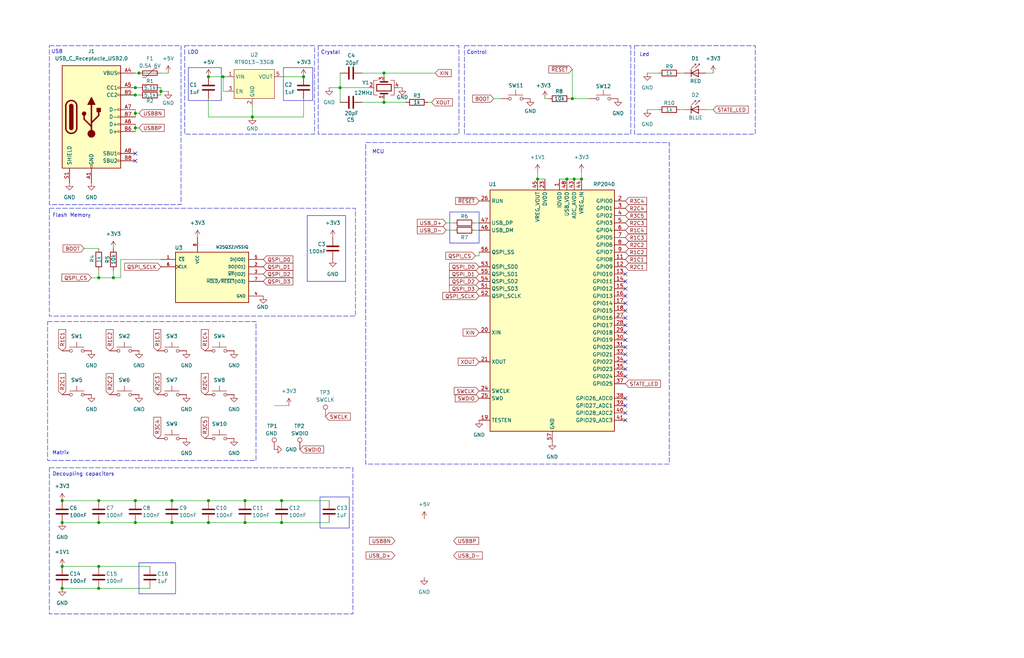
<source format=kicad_sch>
(kicad_sch (version 20250114) (generator "eeschema") (generator_version "9.0")
  (paper "User" 355.6 228.6)
  (lib_symbols
    (symbol "PNCATEHO:+1V1" (power) (pin_names (offset 0))
      (property "Value" "+1V1" (at 0 3.556 0))
      (symbol "+1V1_1_1"
        (pin power_in line (at 0 0 90) (length 0) (hide yes) (name "+1V1") (number "1"))
      )
    )
    (symbol "PNCATEHO:+3V3" (power) (pin_names (offset 0))
      (property "Value" "+3V3" (at 0 3.556 0))
      (symbol "+3V3_1_1"
        (pin power_in line (at 0 0 90) (length 0) (hide yes) (name "+3V3") (number "1"))
      )
    )
    (symbol "PNCATEHO:+5V" (power) (pin_names (offset 0))
      (property "Value" "+5V" (at 0 3.556 0))
      (symbol "+5V_1_1"
        (pin power_in line (at 0 0 90) (length 0) (hide yes) (name "+5V") (number "1"))
      )
    )
    (symbol "PNCATEHO:C" (pin_numbers (hide yes)) (pin_names (offset 0.254))
      (property "Reference" "C" (at 0.635 2.54 0))
      (property "Value" "C" (at 0.635 -2.54 0))
      (symbol "C_1_1"
        (pin passive line (at 0 3.81 270) (length 2.794) (name "~") (number "1"))
        (pin passive line (at 0 -3.81 90) (length 2.794) (name "~") (number "2"))
      )
    )
    (symbol "PNCATEHO:Crystal_GND24" (pin_names (offset 1.016) (hide yes))
      (property "Reference" "Y" (at 3.175 5.08 0))
      (property "Value" "Crystal_GND24" (at 3.175 3.175 0))
      (symbol "Crystal_GND24_1_1"
        (pin passive line (at -3.81 0 0) (length 1.27) (name "1") (number "1"))
        (pin passive line (at 0 5.08 270) (length 1.27) (name "2") (number "2"))
        (pin passive line (at 0 -5.08 90) (length 1.27) (name "4") (number "4"))
        (pin passive line (at 3.81 0 180) (length 1.27) (name "3") (number "3"))
      )
    )
    (symbol "PNCATEHO:D_Generic" (pin_numbers (hide yes)) (pin_names (offset 1.016) (hide yes))
      (property "Reference" "D" (at 1.778 1.778 0))
      (symbol "D_Generic_1_1"
        (pin passive line (at -3.81 0 0) (length 2.54) (name "K") (number "1"))
        (pin passive line (at 3.81 0 180) (length 2.54) (name "A") (number "2"))
      )
    )
    (symbol "PNCATEHO:GND" (power) (pin_numbers (hide yes)) (pin_names (offset 0) (hide yes))
      (property "Value" "GND" (at 0 -3.81 0))
      (symbol "GND_1_1"
        (pin power_in line (at 0 0 270) (length 0) (name "~") (number "1"))
      )
    )
    (symbol "PNCATEHO:Polyfuse" (pin_numbers (hide yes)) (pin_names (offset 0))
      (property "Reference" "F" (at -2.54 0 90))
      (property "Value" "Polyfuse" (at 2.54 0 90))
      (symbol "Polyfuse_1_1"
        (pin passive line (at 0 3.81 270) (length 1.27) (name "~") (number "1"))
        (pin passive line (at 0 -3.81 90) (length 1.27) (name "~") (number "2"))
      )
    )
    (symbol "PNCATEHO:R" (pin_numbers (hide yes)) (pin_names (offset 0))
      (property "Reference" "R" (at 2.032 0 90))
      (property "Value" "R" (at 0 0 90))
      (symbol "R_1_1"
        (pin passive line (at 0 3.81 270) (length 1.27) (name "~") (number "1"))
        (pin passive line (at 0 -3.81 90) (length 1.27) (name "~") (number "2"))
      )
    )
    (symbol "PNCATEHO:RP2040"
      (property "Reference" "U" (at 17.78 45.72 0))
      (property "Value" "RP2040" (at 17.78 43.18 0))
      (symbol "RP2040_1_1"
        (pin input line (at -25.4 38.1 0) (length 3.81) (name "RUN") (number "26"))
        (pin bidirectional line (at -25.4 30.48 0) (length 3.81) (name "USB_DP") (number "47"))
        (pin bidirectional line (at -25.4 27.94 0) (length 3.81) (name "USB_DM") (number "46"))
        (pin bidirectional line (at -25.4 20.32 0) (length 3.81) (name "QSPI_SS") (number "56"))
        (pin bidirectional line (at -25.4 15.24 0) (length 3.81) (name "QSPI_SD0") (number "53"))
        (pin bidirectional line (at -25.4 12.7 0) (length 3.81) (name "QSPI_SD1") (number "55"))
        (pin bidirectional line (at -25.4 10.16 0) (length 3.81) (name "QSPI_SD2") (number "54"))
        (pin bidirectional line (at -25.4 7.62 0) (length 3.81) (name "QSPI_SD3") (number "51"))
        (pin output line (at -25.4 5.08 0) (length 3.81) (name "QSPI_SCLK") (number "52"))
        (pin input line (at -25.4 -7.62 0) (length 3.81) (name "XIN") (number "20"))
        (pin passive line (at -25.4 -17.78 0) (length 3.81) (name "XOUT") (number "21"))
        (pin output line (at -25.4 -27.94 0) (length 3.81) (name "SWCLK") (number "24"))
        (pin bidirectional line (at -25.4 -30.48 0) (length 3.81) (name "SWD") (number "25"))
        (pin input line (at -25.4 -38.1 0) (length 3.81) (name "TESTEN") (number "19"))
        (pin power_out line (at -5.08 45.72 270) (length 3.81) (name "VREG_VOUT") (number "45"))
        (pin power_in line (at -2.54 45.72 270) (length 3.81) (name "DVDD") (number "23"))
        (pin passive line (at -2.54 45.72 270) (length 3.81) (hide yes) (name "DVDD") (number "50"))
        (pin power_in line (at 0 -45.72 90) (length 3.81) (name "GND") (number "57"))
        (pin power_in line (at 2.54 45.72 270) (length 3.81) (name "IOVDD") (number "1"))
        (pin passive line (at 2.54 45.72 270) (length 3.81) (hide yes) (name "IOVDD") (number "10"))
        (pin passive line (at 2.54 45.72 270) (length 3.81) (hide yes) (name "IOVDD") (number "22"))
        (pin passive line (at 2.54 45.72 270) (length 3.81) (hide yes) (name "IOVDD") (number "33"))
        (pin passive line (at 2.54 45.72 270) (length 3.81) (hide yes) (name "IOVDD") (number "42"))
        (pin passive line (at 2.54 45.72 270) (length 3.81) (hide yes) (name "IOVDD") (number "49"))
        (pin power_in line (at 5.08 45.72 270) (length 3.81) (name "USB_VDD") (number "48"))
        (pin power_in line (at 7.62 45.72 270) (length 3.81) (name "ADC_AVDD") (number "43"))
        (pin power_in line (at 10.16 45.72 270) (length 3.81) (name "VREG_IN") (number "44"))
        (pin bidirectional line (at 25.4 38.1 180) (length 3.81) (name "GPIO0") (number "2"))
        (pin bidirectional line (at 25.4 35.56 180) (length 3.81) (name "GPIO1") (number "3"))
        (pin bidirectional line (at 25.4 33.02 180) (length 3.81) (name "GPIO2") (number "4"))
        (pin bidirectional line (at 25.4 30.48 180) (length 3.81) (name "GPIO3") (number "5"))
        (pin bidirectional line (at 25.4 27.94 180) (length 3.81) (name "GPIO4") (number "6"))
        (pin bidirectional line (at 25.4 25.4 180) (length 3.81) (name "GPIO5") (number "7"))
        (pin bidirectional line (at 25.4 22.86 180) (length 3.81) (name "GPIO6") (number "8"))
        (pin bidirectional line (at 25.4 20.32 180) (length 3.81) (name "GPIO7") (number "9"))
        (pin bidirectional line (at 25.4 17.78 180) (length 3.81) (name "GPIO8") (number "11"))
        (pin bidirectional line (at 25.4 15.24 180) (length 3.81) (name "GPIO9") (number "12"))
        (pin bidirectional line (at 25.4 12.7 180) (length 3.81) (name "GPIO10") (number "13"))
        (pin bidirectional line (at 25.4 10.16 180) (length 3.81) (name "GPIO11") (number "14"))
        (pin bidirectional line (at 25.4 7.62 180) (length 3.81) (name "GPIO12") (number "15"))
        (pin bidirectional line (at 25.4 5.08 180) (length 3.81) (name "GPIO13") (number "16"))
        (pin bidirectional line (at 25.4 2.54 180) (length 3.81) (name "GPIO14") (number "17"))
        (pin bidirectional line (at 25.4 0 180) (length 3.81) (name "GPIO15") (number "18"))
        (pin bidirectional line (at 25.4 -2.54 180) (length 3.81) (name "GPIO16") (number "27"))
        (pin bidirectional line (at 25.4 -5.08 180) (length 3.81) (name "GPIO17") (number "28"))
        (pin bidirectional line (at 25.4 -7.62 180) (length 3.81) (name "GPIO18") (number "29"))
        (pin bidirectional line (at 25.4 -10.16 180) (length 3.81) (name "GPIO19") (number "30"))
        (pin bidirectional line (at 25.4 -12.7 180) (length 3.81) (name "GPIO20") (number "31"))
        (pin bidirectional line (at 25.4 -15.24 180) (length 3.81) (name "GPIO21") (number "32"))
        (pin bidirectional line (at 25.4 -17.78 180) (length 3.81) (name "GPIO22") (number "34"))
        (pin bidirectional line (at 25.4 -20.32 180) (length 3.81) (name "GPIO23") (number "35"))
        (pin bidirectional line (at 25.4 -22.86 180) (length 3.81) (name "GPIO24") (number "36"))
        (pin bidirectional line (at 25.4 -25.4 180) (length 3.81) (name "GPIO25") (number "37"))
        (pin bidirectional line (at 25.4 -30.48 180) (length 3.81) (name "GPIO26_ADC0") (number "38"))
        (pin bidirectional line (at 25.4 -33.02 180) (length 3.81) (name "GPIO27_ADC1") (number "39"))
        (pin bidirectional line (at 25.4 -35.56 180) (length 3.81) (name "GPIO28_ADC2") (number "40"))
        (pin bidirectional line (at 25.4 -38.1 180) (length 3.81) (name "GPIO29_ADC3") (number "41"))
      )
    )
    (symbol "PNCATEHO:RT9013-33GB"
      (property "Reference" "U?" (at 0 8.89 0))
      (property "Value" "RT9013-33GB" (at 0 6.35 0))
      (symbol "RT9013-33GB_0_0"
        (pin no_connect non_logic (at 10.16 -2.54 180) (length 2.54) (hide yes) (name "NC") (number "4"))
      )
      (symbol "RT9013-33GB_1_1"
        (pin power_in line (at -8.89 2.54 0) (length 2.54) (name "VIN") (number "1"))
        (pin input line (at -8.89 -2.54 0) (length 2.54) (name "EN") (number "3"))
        (pin power_in line (at 0 -7.62 90) (length 2.54) (name "GND") (number "2"))
        (pin power_out line (at 10.16 2.54 180) (length 2.54) (name "VOUT") (number "5"))
      )
    )
    (symbol "PNCATEHO:SW_Push" (pin_numbers (hide yes)) (pin_names (offset 1.016) (hide yes))
      (property "Reference" "SW" (at 1.27 2.54 0))
      (symbol "SW_Push_0_1"
        (pin passive line (at -5.08 0 0) (length 2.54) (name "1") (number "1"))
        (pin passive line (at 5.08 0 180) (length 2.54) (name "2") (number "2"))
      )
    )
    (symbol "PNCATEHO:TestPoint" (pin_numbers (hide yes)) (pin_names (offset 0.762) (hide yes))
      (property "Reference" "TP" (at 0 6.858 0))
      (property "Value" "TestPoint" (at 0 5.08 0))
      (symbol "TestPoint_1_1"
        (pin passive line (at 0 0 90) (length 2.54) (name "1") (number "1"))
      )
    )
    (symbol "PNCATEHO:USB_C_Receptacle_USB2.0" (pin_names (offset 1.016))
      (property "Reference" "J" (at -10.16 19.05 0))
      (property "Value" "USB_C_Receptacle_USB2.0" (at 19.05 19.05 0))
      (symbol "USB_C_Receptacle_USB2.0_1_1"
        (pin passive line (at -7.62 -22.86 90) (length 5.08) (name "SHIELD") (number "S1"))
        (pin passive line (at 0 -22.86 90) (length 5.08) (name "GND") (number "A1"))
        (pin passive line (at 0 -22.86 90) (length 5.08) (hide yes) (name "GND") (number "A12"))
        (pin passive line (at 0 -22.86 90) (length 5.08) (hide yes) (name "GND") (number "B1"))
        (pin passive line (at 0 -22.86 90) (length 5.08) (hide yes) (name "GND") (number "B12"))
        (pin passive line (at 15.24 15.24 180) (length 5.08) (name "VBUS") (number "A4"))
        (pin passive line (at 15.24 15.24 180) (length 5.08) (hide yes) (name "VBUS") (number "A9"))
        (pin passive line (at 15.24 15.24 180) (length 5.08) (hide yes) (name "VBUS") (number "B4"))
        (pin passive line (at 15.24 15.24 180) (length 5.08) (hide yes) (name "VBUS") (number "B9"))
        (pin bidirectional line (at 15.24 10.16 180) (length 5.08) (name "CC1") (number "A5"))
        (pin bidirectional line (at 15.24 7.62 180) (length 5.08) (name "CC2") (number "B5"))
        (pin bidirectional line (at 15.24 2.54 180) (length 5.08) (name "D-") (number "A7"))
        (pin bidirectional line (at 15.24 0 180) (length 5.08) (name "D-") (number "B7"))
        (pin bidirectional line (at 15.24 -2.54 180) (length 5.08) (name "D+") (number "A6"))
        (pin bidirectional line (at 15.24 -5.08 180) (length 5.08) (name "D+") (number "B6"))
        (pin bidirectional line (at 15.24 -12.7 180) (length 5.08) (name "SBU1") (number "A8"))
        (pin bidirectional line (at 15.24 -15.24 180) (length 5.08) (name "SBU2") (number "B8"))
      )
    )
    (symbol "PNCATEHO:W25Q32JVSSIQ" (pin_names (offset 1.016))
      (property "Reference" "U" (at 10.922 13.462 0))
      (property "Value" "W25Q32JVSSIQ" (at 1.524 11.176 0))
      (symbol "W25Q32JVSSIQ_0_0"
        (pin input line (at -17.78 7.62 0) (length 5.08) (name "~{CS}") (number "1"))
        (pin input clock (at -17.78 5.08 0) (length 5.08) (name "CLK") (number "6"))
        (pin power_in line (at -5.08 15.24 270) (length 5.08) (name "VCC") (number "8"))
        (pin bidirectional line (at 17.78 7.62 180) (length 5.08) (name "DI(IO0)") (number "5"))
        (pin bidirectional line (at 17.78 5.08 180) (length 5.08) (name "DO(IO1)") (number "2"))
        (pin bidirectional line (at 17.78 2.54 180) (length 5.08) (name "~{WP}(IO2)") (number "3"))
        (pin bidirectional line (at 17.78 0 180) (length 5.08) (name "~{HOLD}/~{RESET}(IO3)") (number "7"))
      )
      (symbol "W25Q32JVSSIQ_1_0"
        (pin power_in line (at 17.78 -5.08 180) (length 5.08) (name "GND") (number "4"))
      )
    )
  )
  (rectangle (start 127 49.53) (end 232.41 161.29) (stroke (width 0) (type dash)))
  (rectangle (start 98.425 23.495) (end 108.585 34.925))
  (rectangle (start 64.135 15.875) (end 109.22 46.609) (stroke (width 0) (type dash)))
  (rectangle (start 106.68 74.93) (end 120.015 97.79))
  (rectangle (start 48.26 195.58) (end 60.96 206.375))
  (rectangle (start 16.51 111.76) (end 88.9 160.02) (stroke (width 0) (type dash)))
  (rectangle (start 111.125 172.72) (end 121.285 183.515))
  (rectangle (start 65.405 23.495) (end 76.835 34.925))
  (rectangle (start 110.49 15.875) (end 159.385 46.609) (stroke (width 0) (type dash)))
  (rectangle (start 156.21 73.66) (end 166.37 84.455))
  (rectangle (start 161.29 15.875) (end 219.075 46.609) (stroke (width 0) (type dash)))
  (rectangle (start 17.145 15.875) (end 62.865 71.12) (stroke (width 0) (type dash)))
  (rectangle (start 17.145 162.56) (end 122.555 213.36) (stroke (width 0) (type dash)))
  (rectangle (start 17.145 72.39) (end 123.444 109.855) (stroke (width 0) (type dash)))
  (rectangle (start 220.345 15.875) (end 262.255 46.609) (stroke (width 0) (type dash)))
  (text "LDO\n" (at 67.056 18.288 0) (effects (font (size 1.27 1.27))))
  (text "Matrix" (at 21.082 157.48 0) (effects (font (size 1.27 1.27))))
  (text "Crystal" (at 114.808 18.288 0) (effects (font (size 1.27 1.27))))
  (text "USB\n" (at 19.812 18.034 0) (effects (font (size 1.27 1.27))))
  (text "Flash Memory" (at 24.892 74.93 0) (effects (font (size 1.27 1.27))))
  (text "Decoupling capacitors" (at 28.956 164.846 0) (effects (font (size 1.27 1.27))))
  (text "Control" (at 165.608 18.288 0) (effects (font (size 1.27 1.27))))
  (text "Led" (at 223.774 19.05 0) (effects (font (size 1.27 1.27))))
  (text "MCU" (at 131.318 52.832 0) (effects (font (size 1.27 1.27))))
  (junction (at 46.99 30.48))
  (junction (at 34.29 204.47))
  (junction (at 72.39 26.67))
  (junction (at 21.59 204.47))
  (junction (at 97.79 173.99))
  (junction (at 59.69 181.61))
  (junction (at 133.35 25.4))
  (junction (at 46.99 173.99))
  (junction (at 46.99 44.45))
  (junction (at 85.09 173.99))
  (junction (at 59.69 173.99))
  (junction (at 118.11 30.48))
  (junction (at 77.47 26.67))
  (junction (at 21.59 196.85))
  (junction (at 199.39 62.23))
  (junction (at 46.99 33.02))
  (junction (at 186.69 62.23))
  (junction (at 46.99 39.37))
  (junction (at 97.79 181.61))
  (junction (at 72.39 181.61))
  (junction (at 55.88 31.75))
  (junction (at 21.59 181.61))
  (junction (at 133.35 35.56))
  (junction (at 34.29 96.52))
  (junction (at 85.09 181.61))
  (junction (at 21.59 173.99))
  (junction (at 46.99 181.61))
  (junction (at 39.37 96.52))
  (junction (at 198.755 34.29))
  (junction (at 87.63 40.64))
  (junction (at 48.26 25.4))
  (junction (at 105.41 26.67))
  (junction (at 34.29 196.85))
  (junction (at 34.29 181.61))
  (junction (at 34.29 173.99))
  (junction (at 196.85 62.23))
  (junction (at 72.39 173.99))
  (junction (at 201.93 62.23))
  (no_connect (at 217.17 110.49))
  (no_connect (at 217.17 105.41))
  (no_connect (at 217.17 100.33))
  (no_connect (at 217.17 97.79))
  (no_connect (at 217.17 146.05))
  (no_connect (at 46.99 53.34))
  (no_connect (at 217.17 140.97))
  (no_connect (at 217.17 138.43))
  (no_connect (at 217.17 120.65))
  (no_connect (at 217.17 115.57))
  (no_connect (at 217.17 123.19))
  (no_connect (at 217.17 143.51))
  (no_connect (at 217.17 128.27))
  (no_connect (at 217.17 130.81))
  (no_connect (at 217.17 118.11))
  (no_connect (at 217.17 107.95))
  (no_connect (at 217.17 95.25))
  (no_connect (at 217.17 125.73))
  (no_connect (at 217.17 102.87))
  (no_connect (at 46.99 55.88))
  (no_connect (at 217.17 113.03))
  (wire (pts (xy 236.22 38.1) (xy 237.49 38.1)))
  (wire (pts (xy 95.25 140.97) (xy 100.33 140.97)))
  (wire (pts (xy 55.88 30.48) (xy 55.88 31.75)))
  (wire (pts (xy 59.69 173.99) (xy 72.39 173.99)))
  (wire (pts (xy 190.5 34.29) (xy 189.23 34.29)))
  (wire (pts (xy 118.11 30.48) (xy 118.11 35.56)))
  (wire (pts (xy 48.26 33.02) (xy 46.99 33.02)))
  (wire (pts (xy 21.59 204.47) (xy 34.29 204.47)))
  (wire (pts (xy 34.29 173.99) (xy 46.99 173.99)))
  (wire (pts (xy 105.41 40.64) (xy 105.41 34.29)))
  (wire (pts (xy 58.42 31.75) (xy 55.88 31.75)))
  (wire (pts (xy 21.59 181.61) (xy 34.29 181.61)))
  (wire (pts (xy 139.7 30.48) (xy 138.43 30.48)))
  (wire (pts (xy 46.99 25.4) (xy 48.26 25.4)))
  (wire (pts (xy 34.29 204.47) (xy 52.07 204.47)))
  (wire (pts (xy 133.35 25.4) (xy 151.13 25.4)))
  (wire (pts (xy 46.99 38.1) (xy 46.99 39.37)))
  (wire (pts (xy 72.39 181.61) (xy 85.09 181.61)))
  (wire (pts (xy 133.35 35.56) (xy 133.35 34.29)))
  (wire (pts (xy 165.1 77.47) (xy 166.37 77.47)))
  (wire (pts (xy 125.73 35.56) (xy 133.35 35.56)))
  (wire (pts (xy 87.63 40.64) (xy 105.41 40.64)))
  (wire (pts (xy 21.59 173.99) (xy 34.29 173.99)))
  (wire (pts (xy 72.39 173.99) (xy 85.09 173.99)))
  (wire (pts (xy 72.39 26.67) (xy 77.47 26.67)))
  (wire (pts (xy 78.74 31.75) (xy 77.47 31.75)))
  (wire (pts (xy 194.31 62.23) (xy 196.85 62.23)))
  (wire (pts (xy 55.88 31.75) (xy 55.88 33.02)))
  (wire (pts (xy 34.29 196.85) (xy 52.07 196.85)))
  (wire (pts (xy 34.29 96.52) (xy 39.37 96.52)))
  (wire (pts (xy 46.99 43.18) (xy 46.99 44.45)))
  (wire (pts (xy 29.21 86.36) (xy 34.29 86.36)))
  (wire (pts (xy 97.79 181.61) (xy 114.3 181.61)))
  (wire (pts (xy 41.91 90.17) (xy 55.88 90.17)))
  (wire (pts (xy 85.09 173.99) (xy 97.79 173.99)))
  (wire (pts (xy 165.1 88.9) (xy 166.37 88.9)))
  (wire (pts (xy 186.69 59.69) (xy 186.69 62.23)))
  (wire (pts (xy 157.48 80.01) (xy 154.94 80.01)))
  (wire (pts (xy 87.63 36.83) (xy 87.63 40.64)))
  (wire (pts (xy 41.91 33.02) (xy 46.99 33.02)))
  (wire (pts (xy 247.65 38.1) (xy 245.11 38.1)))
  (wire (pts (xy 46.99 39.37) (xy 46.99 40.64)))
  (wire (pts (xy 48.26 39.37) (xy 46.99 39.37)))
  (wire (pts (xy 236.22 25.4) (xy 237.49 25.4)))
  (wire (pts (xy 148.59 35.56) (xy 149.86 35.56)))
  (wire (pts (xy 48.26 44.45) (xy 46.99 44.45)))
  (wire (pts (xy 118.11 30.48) (xy 128.27 30.48)))
  (wire (pts (xy 125.73 25.4) (xy 133.35 25.4)))
  (wire (pts (xy 140.97 35.56) (xy 133.35 35.56)))
  (wire (pts (xy 247.65 25.4) (xy 245.11 25.4)))
  (wire (pts (xy 166.37 88.9) (xy 166.37 87.63)))
  (wire (pts (xy 39.37 96.52) (xy 39.37 93.98)))
  (wire (pts (xy 198.755 24.13) (xy 198.755 34.29)))
  (wire (pts (xy 41.91 90.17) (xy 41.91 96.52)))
  (wire (pts (xy 224.79 38.1) (xy 228.6 38.1)))
  (wire (pts (xy 46.99 44.45) (xy 46.99 45.72)))
  (wire (pts (xy 157.48 77.47) (xy 154.94 77.47)))
  (wire (pts (xy 85.09 181.61) (xy 97.79 181.61)))
  (wire (pts (xy 59.69 181.61) (xy 72.39 181.61)))
  (wire (pts (xy 31.75 96.52) (xy 34.29 96.52)))
  (wire (pts (xy 21.59 196.85) (xy 34.29 196.85)))
  (wire (pts (xy 39.37 96.52) (xy 41.91 96.52)))
  (wire (pts (xy 133.35 25.4) (xy 133.35 26.67)))
  (wire (pts (xy 34.29 96.52) (xy 34.29 93.98)))
  (wire (pts (xy 196.85 62.23) (xy 199.39 62.23)))
  (wire (pts (xy 48.26 25.4) (xy 52.07 25.4)))
  (wire (pts (xy 201.93 59.69) (xy 201.93 62.23)))
  (wire (pts (xy 186.69 62.23) (xy 189.23 62.23)))
  (wire (pts (xy 77.47 31.75) (xy 77.47 26.67)))
  (wire (pts (xy 97.79 26.67) (xy 105.41 26.67)))
  (wire (pts (xy 224.79 25.4) (xy 228.6 25.4)))
  (wire (pts (xy 46.99 181.61) (xy 59.69 181.61)))
  (wire (pts (xy 97.79 173.99) (xy 114.3 173.99)))
  (wire (pts (xy 114.3 30.48) (xy 118.11 30.48)))
  (wire (pts (xy 199.39 62.23) (xy 201.93 62.23)))
  (wire (pts (xy 55.88 25.4) (xy 58.42 25.4)))
  (wire (pts (xy 48.26 30.48) (xy 46.99 30.48)))
  (wire (pts (xy 34.29 181.61) (xy 46.99 181.61)))
  (wire (pts (xy 198.755 34.29) (xy 198.12 34.29)))
  (wire (pts (xy 165.1 80.01) (xy 166.37 80.01)))
  (wire (pts (xy 77.47 26.67) (xy 78.74 26.67)))
  (wire (pts (xy 72.39 34.29) (xy 72.39 40.64)))
  (wire (pts (xy 171.45 34.29) (xy 173.99 34.29)))
  (wire (pts (xy 46.99 30.48) (xy 41.91 30.48)))
  (wire (pts (xy 87.63 40.64) (xy 72.39 40.64)))
  (wire (pts (xy 198.755 34.29) (xy 204.47 34.29)))
  (wire (pts (xy 118.11 25.4) (xy 118.11 30.48)))
  (wire (pts (xy 46.99 173.99) (xy 59.69 173.99)))
  (global_label "R1C4" (shape input) (at 71.12 121.92 90) (property "Intersheetrefs" "${INTERSHEET_REFS}" (effects (hide yes))))
  (global_label "R1C2" (shape input) (at 217.17 87.63 0) (property "Intersheetrefs" "${INTERSHEET_REFS}" (effects (hide yes))))
  (global_label "R2C2" (shape input) (at 217.17 85.09 0) (property "Intersheetrefs" "${INTERSHEET_REFS}" (effects (hide yes))))
  (global_label "R1C3" (shape input) (at 217.17 82.55 0) (property "Intersheetrefs" "${INTERSHEET_REFS}" (effects (hide yes))))
  (global_label "QSPI_D2" (shape input) (at 166.37 97.79 180) (property "Intersheetrefs" "${INTERSHEET_REFS}" (effects (hide yes))))
  (global_label "QSPI_CS" (shape input) (at 31.75 96.52 180) (property "Intersheetrefs" "${INTERSHEET_REFS}" (effects (hide yes))))
  (global_label "R1C2" (shape input) (at 38.1 121.92 90) (property "Intersheetrefs" "${INTERSHEET_REFS}" (effects (hide yes))))
  (global_label "QSPI_D2" (shape input) (at 91.44 95.25 0) (property "Intersheetrefs" "${INTERSHEET_REFS}" (effects (hide yes))))
  (global_label "USB_D+" (shape input) (at 154.94 77.47 180) (property "Intersheetrefs" "${INTERSHEET_REFS}" (effects (hide yes))))
  (global_label "SWDIO" (shape input) (at 166.37 138.43 180) (property "Intersheetrefs" "${INTERSHEET_REFS}" (effects (hide yes))))
  (global_label "R2C1" (shape input) (at 217.17 92.71 0) (property "Intersheetrefs" "${INTERSHEET_REFS}" (effects (hide yes))))
  (global_label "USB_D-" (shape input) (at 157.48 193.04 0) (property "Intersheetrefs" "${INTERSHEET_REFS}" (effects (hide yes))))
  (global_label "USBBN" (shape input) (at 137.16 187.96 180) (property "Intersheetrefs" "${INTERSHEET_REFS}" (effects (hide yes))))
  (global_label "QSPI_D3" (shape input) (at 91.44 97.79 0) (property "Intersheetrefs" "${INTERSHEET_REFS}" (effects (hide yes))))
  (global_label "STATE_LED" (shape input) (at 247.65 38.1 0) (property "Intersheetrefs" "${INTERSHEET_REFS}" (effects (hide yes))))
  (global_label "R2C3" (shape input) (at 217.17 77.47 0) (property "Intersheetrefs" "${INTERSHEET_REFS}" (effects (hide yes))))
  (global_label "R3C4" (shape input) (at 54.61 152.4 90) (property "Intersheetrefs" "${INTERSHEET_REFS}" (effects (hide yes))))
  (global_label "USBBN" (shape input) (at 48.26 39.37 0) (property "Intersheetrefs" "${INTERSHEET_REFS}" (effects (hide yes))))
  (global_label "R2C3" (shape input) (at 54.61 137.16 90) (property "Intersheetrefs" "${INTERSHEET_REFS}" (effects (hide yes))))
  (global_label "R1C3" (shape input) (at 54.61 121.92 90) (property "Intersheetrefs" "${INTERSHEET_REFS}" (effects (hide yes))))
  (global_label "~{RESET}" (shape input) (at 198.755 24.13 180) (property "Intersheetrefs" "${INTERSHEET_REFS}" (effects (hide yes))))
  (global_label "BOOT" (shape input) (at 171.45 34.29 180) (property "Intersheetrefs" "${INTERSHEET_REFS}" (effects (hide yes))))
  (global_label "USB_D+" (shape input) (at 137.16 193.04 180) (property "Intersheetrefs" "${INTERSHEET_REFS}" (effects (hide yes))))
  (global_label "QSPI_SCLK" (shape input) (at 166.37 102.87 180) (property "Intersheetrefs" "${INTERSHEET_REFS}" (effects (hide yes))))
  (global_label "QSPI_SCLK" (shape input) (at 55.88 92.71 180) (property "Intersheetrefs" "${INTERSHEET_REFS}" (effects (hide yes))))
  (global_label "SWCLK" (shape input) (at 113.03 144.78 0) (property "Intersheetrefs" "${INTERSHEET_REFS}" (effects (hide yes))))
  (global_label "XIN" (shape input) (at 151.13 25.4 0) (property "Intersheetrefs" "${INTERSHEET_REFS}" (effects (hide yes))))
  (global_label "R1C4" (shape input) (at 217.17 80.01 0) (property "Intersheetrefs" "${INTERSHEET_REFS}" (effects (hide yes))))
  (global_label "QSPI_D1" (shape input) (at 91.44 92.71 0) (property "Intersheetrefs" "${INTERSHEET_REFS}" (effects (hide yes))))
  (global_label "QSPI_D0" (shape input) (at 91.44 90.17 0) (property "Intersheetrefs" "${INTERSHEET_REFS}" (effects (hide yes))))
  (global_label "XOUT" (shape input) (at 149.86 35.56 0) (property "Intersheetrefs" "${INTERSHEET_REFS}" (effects (hide yes))))
  (global_label "R2C4" (shape input) (at 71.12 137.16 90) (property "Intersheetrefs" "${INTERSHEET_REFS}" (effects (hide yes))))
  (global_label "R1C1" (shape input) (at 217.17 90.17 0) (property "Intersheetrefs" "${INTERSHEET_REFS}" (effects (hide yes))))
  (global_label "XIN" (shape input) (at 166.37 115.57 180) (property "Intersheetrefs" "${INTERSHEET_REFS}" (effects (hide yes))))
  (global_label "USB_D-" (shape input) (at 154.94 80.01 180) (property "Intersheetrefs" "${INTERSHEET_REFS}" (effects (hide yes))))
  (global_label "USBBP" (shape input) (at 48.26 44.45 0) (property "Intersheetrefs" "${INTERSHEET_REFS}" (effects (hide yes))))
  (global_label "R2C2" (shape input) (at 38.1 137.16 90) (property "Intersheetrefs" "${INTERSHEET_REFS}" (effects (hide yes))))
  (global_label "R2C1" (shape input) (at 21.59 137.16 90) (property "Intersheetrefs" "${INTERSHEET_REFS}" (effects (hide yes))))
  (global_label "QSPI_D0" (shape input) (at 166.37 92.71 180) (property "Intersheetrefs" "${INTERSHEET_REFS}" (effects (hide yes))))
  (global_label "R1C1" (shape input) (at 21.59 121.92 90) (property "Intersheetrefs" "${INTERSHEET_REFS}" (effects (hide yes))))
  (global_label "XOUT" (shape input) (at 166.37 125.73 180) (property "Intersheetrefs" "${INTERSHEET_REFS}" (effects (hide yes))))
  (global_label "R2C4" (shape input) (at 217.17 72.39 0) (property "Intersheetrefs" "${INTERSHEET_REFS}" (effects (hide yes))))
  (global_label "BOOT" (shape input) (at 29.21 86.36 180) (property "Intersheetrefs" "${INTERSHEET_REFS}" (effects (hide yes))))
  (global_label "QSPI_D3" (shape input) (at 166.37 100.33 180) (property "Intersheetrefs" "${INTERSHEET_REFS}" (effects (hide yes))))
  (global_label "SWDIO" (shape input) (at 104.14 156.21 0) (property "Intersheetrefs" "${INTERSHEET_REFS}" (effects (hide yes))))
  (global_label "SWCLK" (shape input) (at 166.37 135.89 180) (property "Intersheetrefs" "${INTERSHEET_REFS}" (effects (hide yes))))
  (global_label "QSPI_D1" (shape input) (at 166.37 95.25 180) (property "Intersheetrefs" "${INTERSHEET_REFS}" (effects (hide yes))))
  (global_label "~{RESET}" (shape input) (at 166.37 69.85 180) (property "Intersheetrefs" "${INTERSHEET_REFS}" (effects (hide yes))))
  (global_label "QSPI_CS" (shape input) (at 165.1 88.9 180) (property "Intersheetrefs" "${INTERSHEET_REFS}" (effects (hide yes))))
  (global_label "STATE_LED" (shape input) (at 217.17 133.35 0) (property "Intersheetrefs" "${INTERSHEET_REFS}" (effects (hide yes))))
  (global_label "R3C5" (shape input) (at 71.12 152.4 90) (property "Intersheetrefs" "${INTERSHEET_REFS}" (effects (hide yes))))
  (global_label "R3C4" (shape input) (at 217.17 69.85 0) (property "Intersheetrefs" "${INTERSHEET_REFS}" (effects (hide yes))))
  (global_label "USBBP" (shape input) (at 157.48 187.96 0) (property "Intersheetrefs" "${INTERSHEET_REFS}" (effects (hide yes))))
  (global_label "R3C5" (shape input) (at 217.17 74.93 0) (property "Intersheetrefs" "${INTERSHEET_REFS}" (effects (hide yes))))
  (symbol (lib_id "PNCATEHO:C") (at 72.39 30.48 0) (unit 1)
    (property "Reference" "C1" (at 65.786 29.464 0) (effects (justify left)))
    (property "Value" "1uF" (at 65.786 32.004 0) (effects (justify left)))
    (property "Footprint" "PNCATEHO:C_0805_2012Metric_Pad1.18x1.45mm_HandSolder" (effects (hide yes)))
    (property "Description" "Unpolarized capacitor" (effects (hide yes)))
  )
  (symbol (lib_id "PNCATEHO:GND") (at 166.37 146.05 0) (unit 1)
    (property "Reference" "#PWR035" (effects (hide yes)))
    (property "Value" "GND" (at 166.37 151.13 0))
    (property "Description" "Power symbol creates a global label with name \"GND\" , ground" (effects (hide yes)))
  )
  (symbol (lib_id "PNCATEHO:SW_Push") (at 43.18 121.92 0) (unit 1)
    (property "Reference" "SW2" (at 43.18 116.84 0))
    (property "Footprint" "PNCATEHO:SW_PG1316" (effects (hide yes)))
    (property "Description" "Momentary push button, 2 pins" (effects (hide yes)))
  )
  (symbol (lib_id "PNCATEHO:C") (at 21.59 200.66 0) (unit 1)
    (property "Reference" "C14" (at 24.13 199.39 0) (effects (justify left)))
    (property "Value" "100 nF" (at 24.13 201.93 0) (effects (justify left)))
    (property "Footprint" "PNCATEHO:C_0805_2012Metric_Pad1.18x1.45mm_HandSolder" (effects (hide yes)))
    (property "Description" "Unpolarized capacitor" (effects (hide yes)))
  )
  (symbol (lib_id "PNCATEHO:C") (at 21.59 177.8 0) (unit 1)
    (property "Reference" "C6" (at 24.13 176.53 0) (effects (justify left)))
    (property "Value" "100 nF" (at 24.13 179.07 0) (effects (justify left)))
    (property "Footprint" "PNCATEHO:C_0805_2012Metric_Pad1.18x1.45mm_HandSolder" (effects (hide yes)))
    (property "Description" "Unpolarized capacitor" (effects (hide yes)))
  )
  (symbol (lib_id "PNCATEHO:GND") (at 191.77 153.67 0) (unit 1)
    (property "Reference" "#PWR034" (effects (hide yes)))
    (property "Value" "GND" (at 191.77 158.75 0))
    (property "Description" "Power symbol creates a global label with name \"GND\" , ground" (effects (hide yes)))
  )
  (symbol (lib_id "PNCATEHO:R") (at 52.07 33.02 90) (unit 1)
    (property "Reference" "R2" (at 52.07 35.052 90))
    (property "Value" "5.1k" (at 52.07 33.02 90))
    (property "Footprint" "PNCATEHO:R_0805_2012Metric_Pad1.20x1.40mm_HandSolder" (effects (hide yes)))
    (property "Description" "Resistor" (effects (hide yes)))
  )
  (symbol (lib_id "PNCATEHO:GND") (at 81.28 152.4 0) (unit 1)
    (property "Reference" "#PWR01" (effects (hide yes)))
    (property "Value" "GND" (at 81.28 157.48 0))
    (property "Description" "Global ground symbol" (effects (hide yes)))
  )
  (symbol (lib_id "PNCATEHO:SW_Push") (at 76.2 152.4 0) (unit 1)
    (property "Reference" "SW10" (at 76.2 147.32 0))
    (property "Footprint" "PNCATEHO:SW_PG1316" (effects (hide yes)))
    (property "Description" "Momentary push button, 2 pins" (effects (hide yes)))
  )
  (symbol (lib_id "PNCATEHO:+3V3") (at 21.59 173.99 0) (unit 1)
    (property "Reference" "#PWR030" (effects (hide yes)))
    (property "Value" "+3V3" (at 21.59 168.91 0))
    (property "Description" "Power symbol creates a global label with name \"+3V3\"" (effects (hide yes)))
  )
  (symbol (lib_id "PNCATEHO:R") (at 232.41 38.1 90) (unit 1)
    (property "Reference" "R10" (at 232.41 35.814 90))
    (property "Value" "1k" (at 232.41 38.1 90))
    (property "Footprint" "PNCATEHO:R_0805_2012Metric_Pad1.20x1.40mm_HandSolder" (effects (hide yes)))
    (property "Description" "Resistor" (effects (hide yes)))
  )
  (symbol (lib_id "PNCATEHO:SW_Push") (at 59.69 152.4 0) (unit 1)
    (property "Reference" "SW9" (at 59.69 147.32 0))
    (property "Footprint" "PNCATEHO:SW_PG1316" (effects (hide yes)))
    (property "Description" "Momentary push button, 2 pins" (effects (hide yes)))
  )
  (symbol (lib_id "PNCATEHO:TestPoint") (at 104.14 156.21 0) (unit 1)
    (property "Reference" "TP2" (at 102.108 148.082 0) (effects (justify left)))
    (property "Value" "SWDIO" (at 101.092 150.6219 0) (effects (justify left)))
    (property "Footprint" "PNCATEHO:TestPoint_Pad_D2.0mm" (effects (hide yes)))
    (property "Description" "test point" (effects (hide yes)))
  )
  (symbol (lib_id "PNCATEHO:D_Generic") (at 241.3 38.1 0) (unit 1)
    (property "Reference" "D2" (at 241.427 33.02 0))
    (property "Value" "BLUE" (at 241.554 40.894 0))
    (property "Footprint" "PNCATEHO:LED_0805_2012Metric_Pad1.15x1.40mm_HandSolder" (effects (hide yes)))
    (property "Description" "Generic LED, 2-pin, through hole or SMD" (effects (hide yes)))
  )
  (symbol (lib_id "PNCATEHO:GND") (at 95.25 156.21 90) (unit 1)
    (property "Reference" "#PWR018" (effects (hide yes)))
    (property "Value" "GND" (at 99.06 156.2099 90) (effects (justify right)))
    (property "Description" "Global ground symbol" (effects (hide yes)))
  )
  (symbol (lib_id "PNCATEHO:GND") (at 214.63 34.29 0) (mirror y) (unit 1)
    (property "Reference" "#PWR029" (effects (hide yes)))
    (property "Value" "GND" (at 214.63 39.37 0))
    (property "Description" "Power symbol creates a global label with name \"GND\" , ground" (effects (hide yes)))
  )
  (symbol (lib_id "PNCATEHO:C") (at 121.92 35.56 270) (unit 1)
    (property "Reference" "C5" (at 120.396 41.656 90) (effects (justify left)))
    (property "Value" "20pF" (at 119.634 39.37 90) (effects (justify left)))
    (property "Footprint" "PNCATEHO:C_0805_2012Metric_Pad1.18x1.45mm_HandSolder" (effects (hide yes)))
    (property "Description" "Unpolarized capacitor" (effects (hide yes)))
  )
  (symbol (lib_id "PNCATEHO:GND") (at 147.32 200.66 0) (unit 1)
    (property "Reference" "#PWR041" (effects (hide yes)))
    (property "Value" "GND" (at 147.32 205.74 0))
    (property "Description" "Global ground symbol" (effects (hide yes)))
  )
  (symbol (lib_id "PNCATEHO:SW_Push") (at 76.2 137.16 0) (unit 1)
    (property "Reference" "SW8" (at 76.2 132.08 0))
    (property "Footprint" "PNCATEHO:SW_PG1316" (effects (hide yes)))
    (property "Description" "Momentary push button, 2 pins" (effects (hide yes)))
  )
  (symbol (lib_id "PNCATEHO:+1V1") (at 21.59 196.85 0) (unit 1)
    (property "Reference" "#PWR032" (effects (hide yes)))
    (property "Value" "+1V1" (at 21.59 191.77 0))
    (property "Description" "Power symbol creates a global label with name \"+1V1\"" (effects (hide yes)))
  )
  (symbol (lib_id "PNCATEHO:RP2040") (at 191.77 107.95 0) (unit 1)
    (property "Reference" "U1" (at 169.672 64.008 0) (effects (justify left)))
    (property "Value" "RP2040" (at 205.994 64.008 0) (effects (justify left)))
    (property "Footprint" "PNCATEHO:RP2040-QFN-56" (effects (hide yes)))
    (property "Datasheet" "https://datasheets.raspberrypi.com/rp2040/rp2040-datasheet.pdf" (effects (hide yes)))
    (property "Description" "A microcontroller by Raspberry Pi" (effects (hide yes)))
  )
  (symbol (lib_id "PNCATEHO:C") (at 59.69 177.8 0) (unit 1)
    (property "Reference" "C9" (at 62.23 176.53 0) (effects (justify left)))
    (property "Value" "100 nF" (at 62.23 179.07 0) (effects (justify left)))
    (property "Footprint" "PNCATEHO:C_0805_2012Metric_Pad1.18x1.45mm_HandSolder" (effects (hide yes)))
    (property "Description" "Unpolarized capacitor" (effects (hide yes)))
  )
  (symbol (lib_id "PNCATEHO:C") (at 34.29 200.66 0) (unit 1)
    (property "Reference" "C15" (at 36.83 199.39 0) (effects (justify left)))
    (property "Value" "100 nF" (at 36.83 201.93 0) (effects (justify left)))
    (property "Footprint" "PNCATEHO:C_0805_2012Metric_Pad1.18x1.45mm_HandSolder" (effects (hide yes)))
    (property "Description" "Unpolarized capacitor" (effects (hide yes)))
  )
  (symbol (lib_id "PNCATEHO:C") (at 121.92 25.4 270) (unit 1)
    (property "Reference" "C4" (at 120.65 19.304 90) (effects (justify left)))
    (property "Value" "20pF" (at 119.888 21.844 90) (effects (justify left)))
    (property "Footprint" "PNCATEHO:C_0805_2012Metric_Pad1.18x1.45mm_HandSolder" (effects (hide yes)))
    (property "Description" "Unpolarized capacitor" (effects (hide yes)))
  )
  (symbol (lib_id "PNCATEHO:GND") (at 184.15 34.29 0) (unit 1)
    (property "Reference" "#PWR027" (effects (hide yes)))
    (property "Value" "GND" (at 184.15 38.608 0))
    (property "Description" "Power symbol creates a global label with name \"GND\" , ground" (effects (hide yes)))
  )
  (symbol (lib_id "PNCATEHO:+3V3") (at 105.41 26.67 0) (unit 1)
    (property "Reference" "#PWR019" (effects (hide yes)))
    (property "Value" "+3V3" (at 105.41 21.59 0))
    (property "Description" "Power symbol creates a global label with name \"+3V3\"" (effects (hide yes)))
  )
  (symbol (lib_id "PNCATEHO:GND") (at 24.13 63.5 0) (unit 1)
    (property "Reference" "#PWR011" (effects (hide yes)))
    (property "Value" "GND" (at 24.13 68.58 0))
    (property "Description" "Power symbol creates a global label with name \"GND\" , ground" (effects (hide yes)))
  )
  (symbol (lib_id "PNCATEHO:D_Generic") (at 241.3 25.4 0) (unit 1)
    (property "Reference" "D1" (at 241.427 20.32 0))
    (property "Value" "RED" (at 241.554 28.194 0))
    (property "Footprint" "PNCATEHO:LED_0805_2012Metric_Pad1.15x1.40mm_HandSolder" (effects (hide yes)))
    (property "Description" "Generic LED, 2-pin, through hole or SMD" (effects (hide yes)))
  )
  (symbol (lib_id "PNCATEHO:SW_Push") (at 59.69 121.92 0) (unit 1)
    (property "Reference" "SW3" (at 59.69 116.84 0))
    (property "Footprint" "PNCATEHO:SW_PG1316" (effects (hide yes)))
    (property "Description" "Momentary push button, 2 pins" (effects (hide yes)))
  )
  (symbol (lib_id "PNCATEHO:R") (at 34.29 90.17 180) (unit 1)
    (property "Reference" "R4" (at 32.004 89.916 90))
    (property "Value" "1k" (at 34.29 90.17 90))
    (property "Footprint" "PNCATEHO:R_0805_2012Metric_Pad1.20x1.40mm_HandSolder" (effects (hide yes)))
    (property "Description" "Resistor" (effects (hide yes)))
  )
  (symbol (lib_id "PNCATEHO:SW_Push") (at 209.55 34.29 0) (mirror y) (unit 1)
    (property "Reference" "SW12" (at 206.883 29.972 0) (effects (justify right)))
    (property "Value" "Reset" (effects (hide yes)))
    (property "Footprint" "PNCATEHO:SW_SMD_L4_W3_H1.5" (effects (hide yes)))
    (property "Description" "Momentary push button, 2 pins" (effects (hide yes)))
  )
  (symbol (lib_id "PNCATEHO:GND") (at 81.28 121.92 0) (unit 1)
    (property "Reference" "#PWR010" (effects (hide yes)))
    (property "Value" "GND" (at 81.28 127 0))
    (property "Description" "Global ground symbol" (effects (hide yes)))
  )
  (symbol (lib_id "PNCATEHO:GND") (at 81.28 137.16 0) (unit 1)
    (property "Reference" "#PWR03" (effects (hide yes)))
    (property "Value" "GND" (at 81.28 142.24 0))
    (property "Description" "Global ground symbol" (effects (hide yes)))
  )
  (symbol (lib_id "PNCATEHO:C") (at 34.29 177.8 0) (unit 1)
    (property "Reference" "C7" (at 36.83 176.53 0) (effects (justify left)))
    (property "Value" "100 nF" (at 36.83 179.07 0) (effects (justify left)))
    (property "Footprint" "PNCATEHO:C_0805_2012Metric_Pad1.18x1.45mm_HandSolder" (effects (hide yes)))
    (property "Description" "Unpolarized capacitor" (effects (hide yes)))
  )
  (symbol (lib_id "PNCATEHO:GND") (at 115.57 90.17 0) (unit 1)
    (property "Reference" "#PWR022" (effects (hide yes)))
    (property "Value" "GND" (at 115.57 95.25 0))
    (property "Description" "Power symbol creates a global label with name \"GND\" , ground" (effects (hide yes)))
  )
  (symbol (lib_id "PNCATEHO:+5V") (at 72.39 26.67 0) (unit 1)
    (property "Reference" "#PWR015" (effects (hide yes)))
    (property "Value" "+5V" (at 72.39 21.59 0))
    (property "Description" "Power symbol creates a global label with name \"+5V\"" (effects (hide yes)))
  )
  (symbol (lib_id "PNCATEHO:C") (at 114.3 177.8 0) (unit 1)
    (property "Reference" "C13" (at 116.84 176.53 0) (effects (justify left)))
    (property "Value" "1uF" (at 116.84 179.07 0) (effects (justify left)))
    (property "Footprint" "PNCATEHO:C_0805_2012Metric_Pad1.18x1.45mm_HandSolder" (effects (hide yes)))
    (property "Description" "Unpolarized capacitor" (effects (hide yes)))
  )
  (symbol (lib_id "PNCATEHO:GND") (at 48.26 121.92 0) (unit 1)
    (property "Reference" "#PWR08" (effects (hide yes)))
    (property "Value" "GND" (at 48.26 127 0))
    (property "Description" "Global ground symbol" (effects (hide yes)))
  )
  (symbol (lib_id "PNCATEHO:GND") (at 91.44 102.87 0) (unit 1)
    (property "Reference" "#PWR017" (effects (hide yes)))
    (property "Value" "GND" (at 89.154 106.68 0) (effects (justify left)))
    (property "Description" "Global ground symbol" (effects (hide yes)))
  )
  (symbol (lib_id "PNCATEHO:C") (at 46.99 177.8 0) (unit 1)
    (property "Reference" "C8" (at 49.53 176.53 0) (effects (justify left)))
    (property "Value" "100 nF" (at 49.53 179.07 0) (effects (justify left)))
    (property "Footprint" "PNCATEHO:C_0805_2012Metric_Pad1.18x1.45mm_HandSolder" (effects (hide yes)))
    (property "Description" "Unpolarized capacitor" (effects (hide yes)))
  )
  (symbol (lib_id "PNCATEHO:GND") (at 58.42 31.75 0) (unit 1)
    (property "Reference" "#PWR014" (effects (hide yes)))
    (property "Value" "GND" (at 58.42 35.814 0))
    (property "Description" "Power symbol creates a global label with name \"GND\" , ground" (effects (hide yes)))
  )
  (symbol (lib_id "PNCATEHO:GND") (at 31.75 121.92 0) (unit 1)
    (property "Reference" "#PWR07" (effects (hide yes)))
    (property "Value" "GND" (at 31.75 127 0))
    (property "Description" "Global ground symbol" (effects (hide yes)))
  )
  (symbol (lib_id "PNCATEHO:R") (at 161.29 77.47 90) (unit 1)
    (property "Reference" "R6" (at 161.29 75.184 90))
    (property "Value" "27" (effects (hide yes)))
    (property "Footprint" "PNCATEHO:R_0805_2012Metric_Pad1.20x1.40mm_HandSolder" (effects (hide yes)))
    (property "Description" "Resistor" (effects (hide yes)))
  )
  (symbol (lib_id "PNCATEHO:GND") (at 87.63 40.64 0) (unit 1)
    (property "Reference" "#PWR016" (effects (hide yes)))
    (property "Value" "GND" (at 87.63 44.704 0))
    (property "Description" "Power symbol creates a global label with name \"GND\" , ground" (effects (hide yes)))
  )
  (symbol (lib_id "PNCATEHO:GND") (at 31.75 137.16 0) (unit 1)
    (property "Reference" "#PWR06" (effects (hide yes)))
    (property "Value" "GND" (at 31.75 142.24 0))
    (property "Description" "Global ground symbol" (effects (hide yes)))
  )
  (symbol (lib_id "PNCATEHO:+3V3") (at 247.65 25.4 0) (unit 1)
    (property "Reference" "#PWR039" (effects (hide yes)))
    (property "Value" "+3V3" (at 247.65 20.32 0))
    (property "Description" "Power symbol creates a global label with name \"+3V3\"" (effects (hide yes)))
  )
  (symbol (lib_id "PNCATEHO:GND") (at 48.26 137.16 0) (unit 1)
    (property "Reference" "#PWR05" (effects (hide yes)))
    (property "Value" "GND" (at 48.26 142.24 0))
    (property "Description" "Global ground symbol" (effects (hide yes)))
  )
  (symbol (lib_id "PNCATEHO:GND") (at 64.77 152.4 0) (unit 1)
    (property "Reference" "#PWR02" (effects (hide yes)))
    (property "Value" "GND" (at 64.77 157.48 0))
    (property "Description" "Global ground symbol" (effects (hide yes)))
  )
  (symbol (lib_id "PNCATEHO:C") (at 52.07 200.66 0) (unit 1)
    (property "Reference" "C16" (at 54.61 199.39 0) (effects (justify left)))
    (property "Value" "1uF" (at 54.61 201.93 0) (effects (justify left)))
    (property "Footprint" "PNCATEHO:C_0805_2012Metric_Pad1.18x1.45mm_HandSolder" (effects (hide yes)))
    (property "Description" "Unpolarized capacitor" (effects (hide yes)))
  )
  (symbol (lib_id "PNCATEHO:+3V3") (at 68.58 82.55 0) (unit 1)
    (property "Reference" "#PWR025" (effects (hide yes)))
    (property "Value" "+3V3" (at 68.58 77.47 0))
    (property "Description" "Power symbol creates a global label with name \"+3V3\"" (effects (hide yes)))
  )
  (symbol (lib_id "PNCATEHO:GND") (at 224.79 38.1 0) (unit 1)
    (property "Reference" "#PWR040" (effects (hide yes)))
    (property "Value" "GND" (at 224.79 43.18 0))
    (property "Description" "Power symbol creates a global label with name \"GND\" , ground" (effects (hide yes)))
  )
  (symbol (lib_id "PNCATEHO:USB_C_Receptacle_USB2.0") (at 31.75 40.64 0) (unit 1)
    (property "Reference" "J1" (at 31.75 17.78 0))
    (property "Value" "USB_C_Receptacle_USB2.0" (at 31.75 20.32 0))
    (property "Footprint" "PNCATEHO:USB_C_Receptacle_TYPE-C-31-M-12" (effects (hide yes)))
    (property "Datasheet" "https://www.usb.org/sites/default/files/documents/usb_type-c.zip" (effects (hide yes)))
    (property "Description" "USB 2.0-only Type-C Receptacle connector" (effects (hide yes)))
  )
  (symbol (lib_id "PNCATEHO:GND") (at 224.79 25.4 0) (unit 1)
    (property "Reference" "#PWR038" (effects (hide yes)))
    (property "Value" "GND" (at 224.79 30.48 0))
    (property "Description" "Power symbol creates a global label with name \"GND\" , ground" (effects (hide yes)))
  )
  (symbol (lib_id "PNCATEHO:C") (at 115.57 86.36 0) (unit 1)
    (property "Reference" "C3" (at 113.03 84.836 0) (effects (justify right)))
    (property "Value" "100 nF" (at 113.284 87.376 0) (effects (justify right)))
    (property "Footprint" "PNCATEHO:C_0805_2012Metric_Pad1.18x1.45mm_HandSolder" (effects (hide yes)))
    (property "Description" "Unpolarized capacitor" (effects (hide yes)))
  )
  (symbol (lib_id "PNCATEHO:TestPoint") (at 95.25 156.21 0) (unit 1)
    (property "Reference" "TP1" (at 92.71 148.082 0) (effects (justify left)))
    (property "Value" "GND" (at 92.202 150.6219 0) (effects (justify left)))
    (property "Footprint" "PNCATEHO:TestPoint_Pad_D2.0mm" (effects (hide yes)))
    (property "Description" "test point" (effects (hide yes)))
  )
  (symbol (lib_id "PNCATEHO:C") (at 97.79 177.8 0) (unit 1)
    (property "Reference" "C12" (at 100.33 176.53 0) (effects (justify left)))
    (property "Value" "100 nF" (at 100.33 179.07 0) (effects (justify left)))
    (property "Footprint" "PNCATEHO:C_0805_2012Metric_Pad1.18x1.45mm_HandSolder" (effects (hide yes)))
    (property "Description" "Unpolarized capacitor" (effects (hide yes)))
  )
  (symbol (lib_id "PNCATEHO:+1V1") (at 186.69 59.69 0) (unit 1)
    (property "Reference" "#PWR036" (effects (hide yes)))
    (property "Value" "+1V1" (at 186.69 54.61 0))
    (property "Description" "Power symbol creates a global label with name \"+1V1\"" (effects (hide yes)))
  )
  (symbol (lib_id "PNCATEHO:GND") (at 139.7 30.48 0) (unit 1)
    (property "Reference" "#PWR023" (effects (hide yes)))
    (property "Value" "GND" (at 139.7 33.782 0))
    (property "Description" "Power symbol creates a global label with name \"GND\" , ground" (effects (hide yes)))
  )
  (symbol (lib_id "PNCATEHO:C") (at 105.41 30.48 0) (unit 1)
    (property "Reference" "C2" (at 98.806 29.464 0) (effects (justify left)))
    (property "Value" "1uF" (at 98.806 32.004 0) (effects (justify left)))
    (property "Footprint" "PNCATEHO:C_0805_2012Metric_Pad1.18x1.45mm_HandSolder" (effects (hide yes)))
    (property "Description" "Unpolarized capacitor" (effects (hide yes)))
  )
  (symbol (lib_id "PNCATEHO:GND") (at 21.59 181.61 0) (unit 1)
    (property "Reference" "#PWR031" (effects (hide yes)))
    (property "Value" "GND" (at 21.59 186.69 0))
    (property "Description" "Global ground symbol" (effects (hide yes)))
  )
  (symbol (lib_id "PNCATEHO:GND") (at 64.77 121.92 0) (unit 1)
    (property "Reference" "#PWR09" (effects (hide yes)))
    (property "Value" "GND" (at 64.77 127 0))
    (property "Description" "Global ground symbol" (effects (hide yes)))
  )
  (symbol (lib_id "PNCATEHO:+3V3") (at 100.33 140.97 0) (unit 1)
    (property "Reference" "#PWR042" (effects (hide yes)))
    (property "Value" "+3V3" (at 100.33 135.89 0))
    (property "Description" "Power symbol creates a global label with name \"+3V3\"" (effects (hide yes)))
  )
  (symbol (lib_id "PNCATEHO:+3V3") (at 39.37 86.36 0) (unit 1)
    (property "Reference" "#PWR026" (effects (hide yes)))
    (property "Value" "+3V3" (at 39.37 81.28 0))
    (property "Description" "Power symbol creates a global label with name \"+3V3\"" (effects (hide yes)))
  )
  (symbol (lib_id "PNCATEHO:SW_Push") (at 59.69 137.16 0) (unit 1)
    (property "Reference" "SW7" (at 59.69 132.08 0))
    (property "Footprint" "PNCATEHO:SW_PG1316" (effects (hide yes)))
    (property "Description" "Momentary push button, 2 pins" (effects (hide yes)))
  )
  (symbol (lib_id "PNCATEHO:GND") (at 31.75 63.5 0) (unit 1)
    (property "Reference" "#PWR012" (effects (hide yes)))
    (property "Value" "GND" (at 31.75 68.58 0))
    (property "Description" "Power symbol creates a global label with name \"GND\" , ground" (effects (hide yes)))
  )
  (symbol (lib_id "PNCATEHO:SW_Push") (at 179.07 34.29 0) (mirror y) (unit 1)
    (property "Reference" "SW11" (at 176.53 29.718 0) (effects (justify right)))
    (property "Value" "Boot" (effects (hide yes)))
    (property "Footprint" "PNCATEHO:SW_SMD_L4_W3_H1.5" (effects (hide yes)))
    (property "Description" "Momentary push button, 2 pins" (effects (hide yes)))
  )
  (symbol (lib_id "PNCATEHO:+3V3") (at 189.23 34.29 0) (mirror y) (unit 1)
    (property "Reference" "#PWR028" (effects (hide yes)))
    (property "Value" "+3V3" (at 188.722 29.718 0))
    (property "Description" "Power symbol creates a global label with name \"+3V3\"" (effects (hide yes)))
  )
  (symbol (lib_id "PNCATEHO:R") (at 161.29 80.01 90) (unit 1)
    (property "Reference" "R7" (at 161.29 82.55 90))
    (property "Value" "27" (effects (hide yes)))
    (property "Footprint" "PNCATEHO:R_0805_2012Metric_Pad1.20x1.40mm_HandSolder" (effects (hide yes)))
    (property "Description" "Resistor" (effects (hide yes)))
  )
  (symbol (lib_id "PNCATEHO:R") (at 232.41 25.4 90) (unit 1)
    (property "Reference" "R9" (at 232.41 23.114 90))
    (property "Value" "1k" (at 232.41 25.4 90))
    (property "Footprint" "PNCATEHO:R_0805_2012Metric_Pad1.20x1.40mm_HandSolder" (effects (hide yes)))
    (property "Description" "Resistor" (effects (hide yes)))
  )
  (symbol (lib_id "PNCATEHO:R") (at 52.07 30.48 90) (unit 1)
    (property "Reference" "R1" (at 52.07 28.194 90))
    (property "Value" "5.1k" (at 52.07 30.48 90))
    (property "Footprint" "PNCATEHO:R_0805_2012Metric_Pad1.20x1.40mm_HandSolder" (effects (hide yes)))
    (property "Description" "Resistor" (effects (hide yes)))
  )
  (symbol (lib_id "PNCATEHO:Polyfuse") (at 52.07 25.4 90) (unit 1)
    (property "Reference" "F1" (at 52.07 20.32 90))
    (property "Value" "0.5А 6V" (at 52.07 22.86 90))
    (property "Footprint" "PNCATEHO:Fuse_0805_2012Metric" (effects (hide yes)))
    (property "Description" "Resettable fuse, polymeric positive temperature coefficient" (effects (hide yes)))
  )
  (symbol (lib_id "PNCATEHO:GND") (at 64.77 137.16 0) (unit 1)
    (property "Reference" "#PWR04" (effects (hide yes)))
    (property "Value" "GND" (at 64.77 142.24 0))
    (property "Description" "Global ground symbol" (effects (hide yes)))
  )
  (symbol (lib_id "PNCATEHO:GND") (at 21.59 204.47 0) (unit 1)
    (property "Reference" "#PWR033" (effects (hide yes)))
    (property "Value" "GND" (at 21.59 209.55 0))
    (property "Description" "Global ground symbol" (effects (hide yes)))
  )
  (symbol (lib_id "PNCATEHO:TestPoint") (at 113.03 144.78 0) (unit 1)
    (property "Reference" "TP3" (at 110.998 136.398 0) (effects (justify left)))
    (property "Value" "SWCLK" (at 109.728 138.9379 0) (effects (justify left)))
    (property "Footprint" "PNCATEHO:TestPoint_Pad_D2.0mm" (effects (hide yes)))
    (property "Description" "test point" (effects (hide yes)))
  )
  (symbol (lib_id "PNCATEHO:C") (at 85.09 177.8 0) (unit 1)
    (property "Reference" "C11" (at 87.63 176.53 0) (effects (justify left)))
    (property "Value" "100 nF" (at 87.63 179.07 0) (effects (justify left)))
    (property "Footprint" "PNCATEHO:C_0805_2012Metric_Pad1.18x1.45mm_HandSolder" (effects (hide yes)))
    (property "Description" "Unpolarized capacitor" (effects (hide yes)))
  )
  (symbol (lib_id "PNCATEHO:RT9013-33GB") (at 87.63 29.21 0) (unit 1)
    (property "Reference" "U2" (at 88.265 19.05 0))
    (property "Value" "RT9013-33GB" (at 88.265 21.59 0))
    (property "Footprint" "PNCATEHO:SOT-23-5_L3.0-W1.7-P0.95-LS2.8-BL" (effects (hide yes)))
    (property "Description" "500mA, Low Dropout, Low Noise Ultra-Fast Without Bypass Capacitor CMOS LDO Regulator" (effects (hide yes)))
  )
  (symbol (lib_id "PNCATEHO:SW_Push") (at 26.67 121.92 0) (unit 1)
    (property "Reference" "SW1" (at 26.67 116.84 0))
    (property "Footprint" "PNCATEHO:SW_PG1316" (effects (hide yes)))
    (property "Description" "Momentary push button, 2 pins" (effects (hide yes)))
  )
  (symbol (lib_id "PNCATEHO:Crystal_GND24") (at 133.35 30.48 90) (unit 1)
    (property "Reference" "Y1" (at 127 28.702 90))
    (property "Value" "12MHz" (at 126.238 32.258 90))
    (property "Footprint" "PNCATEHO:Crystal_SMD_3225-4Pin_3.2x2.5mm" (effects (hide yes)))
    (property "Description" "Four pin crystal, GND on pins 2 and 4" (effects (hide yes)))
  )
  (symbol (lib_id "PNCATEHO:GND") (at 114.3 30.48 0) (unit 1)
    (property "Reference" "#PWR024" (effects (hide yes)))
    (property "Value" "GND" (at 114.3 35.56 0))
    (property "Description" "Power symbol creates a global label with name \"GND\" , ground" (effects (hide yes)))
  )
  (symbol (lib_id "PNCATEHO:W25Q32JVSSIQ") (at 73.66 97.79 0) (unit 1)
    (property "Reference" "U3" (at 60.706 86.106 0) (effects (justify left)))
    (property "Value" "W25Q32JVSSIQ" (at 74.93 85.852 0) (effects (font (size 1.016 1.016)) (justify left)))
    (property "Footprint" "PNCATEHO:SOIC127P790X216-8N" (effects (hide yes)))
    (property "MF" "Winbond" (effects (hide yes)))
    (property "Description_1" "FLASH - NOR Memory IC 32Mb (4M x 8) SPI - Quad I/O 133 MHz 8-SOIC" (effects (hide yes)))
    (property "Package" "SOIC-8 Winbond" (effects (hide yes)))
    (property "Price" "None" (effects (hide yes)))
    (property "SnapEDA_Link" "https://www.snapeda.com/parts/W25Q32JVSSIQ/Winbond/view-part/?ref=snap" (effects (hide yes)))
    (property "MP" "W25Q32JVSSIQ" (effects (hide yes)))
    (property "M_PART_NUMBER" "W25QXX" (effects (hide yes)))
    (property "Availability" "In Stock" (effects (hide yes)))
    (property "Check_prices" "https://www.snapeda.com/parts/W25Q32JVSSIQ/Winbond/view-part/?ref=eda" (effects (hide yes)))
  )
  (symbol (lib_id "PNCATEHO:+5V") (at 58.42 25.4 0) (unit 1)
    (property "Reference" "#PWR013" (effects (hide yes)))
    (property "Value" "+5V" (at 58.42 20.32 0))
    (property "Description" "Power symbol creates a global label with name \"+5V\"" (effects (hide yes)))
  )
  (symbol (lib_id "PNCATEHO:R") (at 39.37 90.17 180) (unit 1)
    (property "Reference" "R5" (at 37.338 90.17 90))
    (property "Value" "10k" (at 39.37 90.17 90))
    (property "Footprint" "PNCATEHO:R_0805_2012Metric_Pad1.20x1.40mm_HandSolder" (effects (hide yes)))
    (property "Description" "Resistor" (effects (hide yes)))
  )
  (symbol (lib_id "PNCATEHO:R") (at 144.78 35.56 90) (unit 1)
    (property "Reference" "R3" (at 144.78 33.274 90))
    (property "Value" "1k" (at 144.78 35.56 90))
    (property "Footprint" "PNCATEHO:R_0805_2012Metric_Pad1.20x1.40mm_HandSolder" (effects (hide yes)))
    (property "Description" "Resistor" (effects (hide yes)))
  )
  (symbol (lib_id "PNCATEHO:+3V3") (at 201.93 59.69 0) (unit 1)
    (property "Reference" "#PWR037" (effects (hide yes)))
    (property "Value" "+3V3" (at 201.93 54.61 0))
    (property "Description" "Power symbol creates a global label with name \"+3V3\"" (effects (hide yes)))
  )
  (symbol (lib_id "PNCATEHO:SW_Push") (at 26.67 137.16 0) (unit 1)
    (property "Reference" "SW5" (at 26.67 132.08 0))
    (property "Footprint" "PNCATEHO:SW_PG1316" (effects (hide yes)))
    (property "Description" "Momentary push button, 2 pins" (effects (hide yes)))
  )
  (symbol (lib_id "PNCATEHO:+5V") (at 147.32 180.34 0) (unit 1)
    (property "Reference" "#PWR021" (effects (hide yes)))
    (property "Value" "+5V" (at 147.32 175.26 0))
    (property "Description" "Power symbol creates a global label with name \"+5V\"" (effects (hide yes)))
  )
  (symbol (lib_id "PNCATEHO:SW_Push") (at 76.2 121.92 0) (unit 1)
    (property "Reference" "SW4" (at 76.2 116.84 0))
    (property "Footprint" "PNCATEHO:SW_PG1316" (effects (hide yes)))
    (property "Description" "Momentary push button, 2 pins" (effects (hide yes)))
  )
  (symbol (lib_id "PNCATEHO:C") (at 72.39 177.8 0) (unit 1)
    (property "Reference" "C10" (at 74.93 176.53 0) (effects (justify left)))
    (property "Value" "100 nF" (at 74.93 179.07 0) (effects (justify left)))
    (property "Footprint" "PNCATEHO:C_0805_2012Metric_Pad1.18x1.45mm_HandSolder" (effects (hide yes)))
    (property "Description" "Unpolarized capacitor" (effects (hide yes)))
  )
  (symbol (lib_id "PNCATEHO:+3V3") (at 115.57 82.55 0) (unit 1)
    (property "Reference" "#PWR020" (effects (hide yes)))
    (property "Value" "+3V3" (at 115.57 77.47 0))
    (property "Description" "Power symbol creates a global label with name \"+3V3\"" (effects (hide yes)))
  )
  (symbol (lib_id "PNCATEHO:SW_Push") (at 43.18 137.16 0) (unit 1)
    (property "Reference" "SW6" (at 43.18 132.08 0))
    (property "Footprint" "PNCATEHO:SW_PG1316" (effects (hide yes)))
    (property "Description" "Momentary push button, 2 pins" (effects (hide yes)))
  )
  (symbol (lib_id "PNCATEHO:R") (at 194.31 34.29 270) (mirror x) (unit 1)
    (property "Reference" "R8" (at 194.183 31.75 90))
    (property "Value" "10k" (at 194.31 34.29 90))
    (property "Footprint" "PNCATEHO:R_0805_2012Metric_Pad1.20x1.40mm_HandSolder" (effects (hide yes)))
    (property "Description" "Resistor" (effects (hide yes)))
  )
)
</source>
